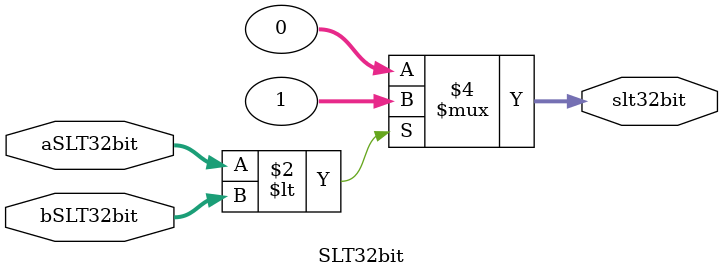
<source format=v>
module SLT32bit(
	input [31:0]aSLT32bit, bSLT32bit,
    output reg [31:0]slt32bit
);
// Conexiones


// Cuerpo del modulo

always@*
begin
    if(aSLT32bit < bSLT32bit)
        begin
            slt32bit = 32'b00000000000000000000000000000001;
        end
    else
        begin
            slt32bit = 32'b00000000000000000000000000000000; 
        end
end

endmodule

</source>
